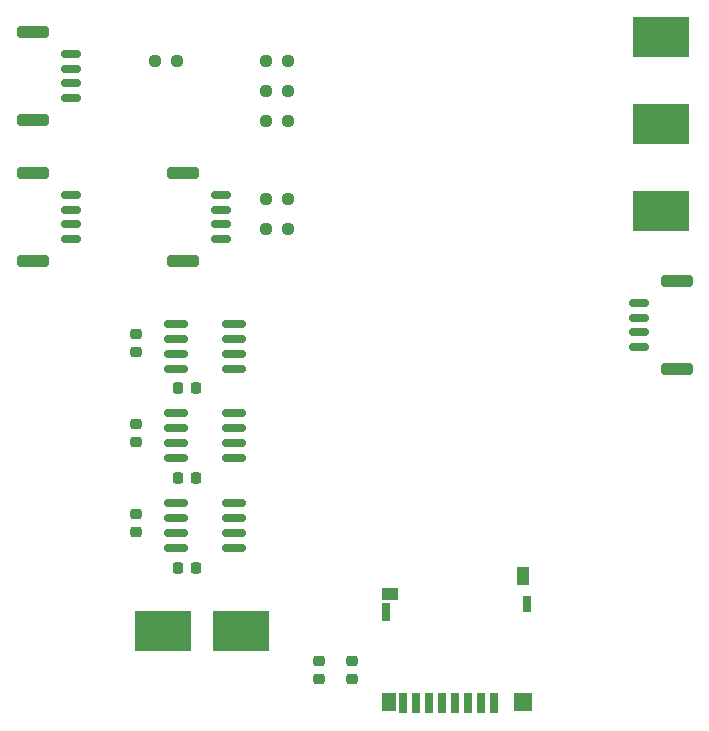
<source format=gtp>
%TF.GenerationSoftware,KiCad,Pcbnew,9.0.0*%
%TF.CreationDate,2025-06-15T18:58:11-04:00*%
%TF.ProjectId,data-logger,64617461-2d6c-46f6-9767-65722e6b6963,rev?*%
%TF.SameCoordinates,Original*%
%TF.FileFunction,Paste,Top*%
%TF.FilePolarity,Positive*%
%FSLAX46Y46*%
G04 Gerber Fmt 4.6, Leading zero omitted, Abs format (unit mm)*
G04 Created by KiCad (PCBNEW 9.0.0) date 2025-06-15 18:58:11*
%MOMM*%
%LPD*%
G01*
G04 APERTURE LIST*
G04 Aperture macros list*
%AMRoundRect*
0 Rectangle with rounded corners*
0 $1 Rounding radius*
0 $2 $3 $4 $5 $6 $7 $8 $9 X,Y pos of 4 corners*
0 Add a 4 corners polygon primitive as box body*
4,1,4,$2,$3,$4,$5,$6,$7,$8,$9,$2,$3,0*
0 Add four circle primitives for the rounded corners*
1,1,$1+$1,$2,$3*
1,1,$1+$1,$4,$5*
1,1,$1+$1,$6,$7*
1,1,$1+$1,$8,$9*
0 Add four rect primitives between the rounded corners*
20,1,$1+$1,$2,$3,$4,$5,0*
20,1,$1+$1,$4,$5,$6,$7,0*
20,1,$1+$1,$6,$7,$8,$9,0*
20,1,$1+$1,$8,$9,$2,$3,0*%
G04 Aperture macros list end*
%ADD10R,4.699000X3.429000*%
%ADD11RoundRect,0.225000X-0.225000X-0.250000X0.225000X-0.250000X0.225000X0.250000X-0.225000X0.250000X0*%
%ADD12R,0.700000X1.750000*%
%ADD13R,1.450000X1.000000*%
%ADD14R,1.000000X1.550000*%
%ADD15R,0.800000X1.500000*%
%ADD16R,1.300000X1.500000*%
%ADD17R,1.500000X1.500000*%
%ADD18R,0.800000X1.400000*%
%ADD19RoundRect,0.150000X-0.825000X-0.150000X0.825000X-0.150000X0.825000X0.150000X-0.825000X0.150000X0*%
%ADD20RoundRect,0.237500X0.250000X0.237500X-0.250000X0.237500X-0.250000X-0.237500X0.250000X-0.237500X0*%
%ADD21RoundRect,0.237500X-0.250000X-0.237500X0.250000X-0.237500X0.250000X0.237500X-0.250000X0.237500X0*%
%ADD22RoundRect,0.150000X-0.700000X0.150000X-0.700000X-0.150000X0.700000X-0.150000X0.700000X0.150000X0*%
%ADD23RoundRect,0.250000X-1.100000X0.250000X-1.100000X-0.250000X1.100000X-0.250000X1.100000X0.250000X0*%
%ADD24RoundRect,0.225000X-0.250000X0.225000X-0.250000X-0.225000X0.250000X-0.225000X0.250000X0.225000X0*%
%ADD25RoundRect,0.225000X0.250000X-0.225000X0.250000X0.225000X-0.250000X0.225000X-0.250000X-0.225000X0*%
%ADD26RoundRect,0.150000X0.700000X-0.150000X0.700000X0.150000X-0.700000X0.150000X-0.700000X-0.150000X0*%
%ADD27RoundRect,0.250000X1.100000X-0.250000X1.100000X0.250000X-1.100000X0.250000X-1.100000X-0.250000X0*%
G04 APERTURE END LIST*
D10*
%TO.C,TP5*%
X121158000Y-132588000D03*
%TD*%
D11*
%TO.C,C10*%
X115811000Y-112014000D03*
X117361000Y-112014000D03*
%TD*%
D10*
%TO.C,TP3*%
X114554000Y-132588000D03*
%TD*%
%TO.C,TP4*%
X156718000Y-82296000D03*
%TD*%
D12*
%TO.C,J7*%
X142621000Y-138700000D03*
X141521000Y-138700000D03*
X140421000Y-138700000D03*
X139321000Y-138700000D03*
X138221000Y-138700000D03*
X137121000Y-138700000D03*
X136021000Y-138700000D03*
X134921000Y-138700000D03*
D13*
X133796000Y-129475000D03*
D14*
X145021000Y-127900000D03*
D15*
X133471000Y-130975000D03*
D16*
X133721000Y-138575000D03*
D17*
X145071000Y-138575000D03*
D18*
X145421000Y-130325000D03*
%TD*%
D19*
%TO.C,U5*%
X115635000Y-121745000D03*
X115635000Y-123015000D03*
X115635000Y-124285000D03*
X115635000Y-125555000D03*
X120585000Y-125555000D03*
X120585000Y-124285000D03*
X120585000Y-123015000D03*
X120585000Y-121745000D03*
%TD*%
D10*
%TO.C,TP2*%
X156718000Y-97028000D03*
%TD*%
D11*
%TO.C,C8*%
X115811000Y-119634000D03*
X117361000Y-119634000D03*
%TD*%
D20*
%TO.C,R3*%
X125118500Y-96012000D03*
X123293500Y-96012000D03*
%TD*%
D21*
%TO.C,R5*%
X113895500Y-84358000D03*
X115720500Y-84358000D03*
%TD*%
D10*
%TO.C,TP1*%
X156718000Y-89662000D03*
%TD*%
D20*
%TO.C,R2*%
X125118500Y-89408000D03*
X123293500Y-89408000D03*
%TD*%
D11*
%TO.C,C5*%
X115811000Y-127254000D03*
X117361000Y-127254000D03*
%TD*%
D20*
%TO.C,R1*%
X125118500Y-86868000D03*
X123293500Y-86868000D03*
%TD*%
D22*
%TO.C,J8*%
X106752000Y-95661000D03*
X106752000Y-96911000D03*
X106752000Y-98161000D03*
X106752000Y-99411000D03*
D23*
X103552000Y-93811000D03*
X103552000Y-101261000D03*
%TD*%
D19*
%TO.C,U4*%
X115635000Y-114149000D03*
X115635000Y-115419000D03*
X115635000Y-116689000D03*
X115635000Y-117959000D03*
X120585000Y-117959000D03*
X120585000Y-116689000D03*
X120585000Y-115419000D03*
X120585000Y-114149000D03*
%TD*%
D22*
%TO.C,J5*%
X106752000Y-83723000D03*
X106752000Y-84973000D03*
X106752000Y-86223000D03*
X106752000Y-87473000D03*
D23*
X103552000Y-81873000D03*
X103552000Y-89323000D03*
%TD*%
D24*
%TO.C,C12*%
X127762000Y-135115000D03*
X127762000Y-136665000D03*
%TD*%
D25*
%TO.C,C9*%
X112268000Y-124219000D03*
X112268000Y-122669000D03*
%TD*%
D19*
%TO.C,U3*%
X115635000Y-106553000D03*
X115635000Y-107823000D03*
X115635000Y-109093000D03*
X115635000Y-110363000D03*
X120585000Y-110363000D03*
X120585000Y-109093000D03*
X120585000Y-107823000D03*
X120585000Y-106553000D03*
%TD*%
D25*
%TO.C,C7*%
X112268000Y-116599000D03*
X112268000Y-115049000D03*
%TD*%
D26*
%TO.C,J6*%
X154868000Y-108555000D03*
X154868000Y-107305000D03*
X154868000Y-106055000D03*
X154868000Y-104805000D03*
D27*
X158068000Y-110405000D03*
X158068000Y-102955000D03*
%TD*%
D22*
%TO.C,J4*%
X119452000Y-95661000D03*
X119452000Y-96911000D03*
X119452000Y-98161000D03*
X119452000Y-99411000D03*
D23*
X116252000Y-93811000D03*
X116252000Y-101261000D03*
%TD*%
D20*
%TO.C,R4*%
X125118500Y-98522000D03*
X123293500Y-98522000D03*
%TD*%
D24*
%TO.C,C11*%
X130556000Y-135115000D03*
X130556000Y-136665000D03*
%TD*%
D25*
%TO.C,C6*%
X112268000Y-108979000D03*
X112268000Y-107429000D03*
%TD*%
D20*
%TO.C,R6*%
X125118500Y-84328000D03*
X123293500Y-84328000D03*
%TD*%
M02*

</source>
